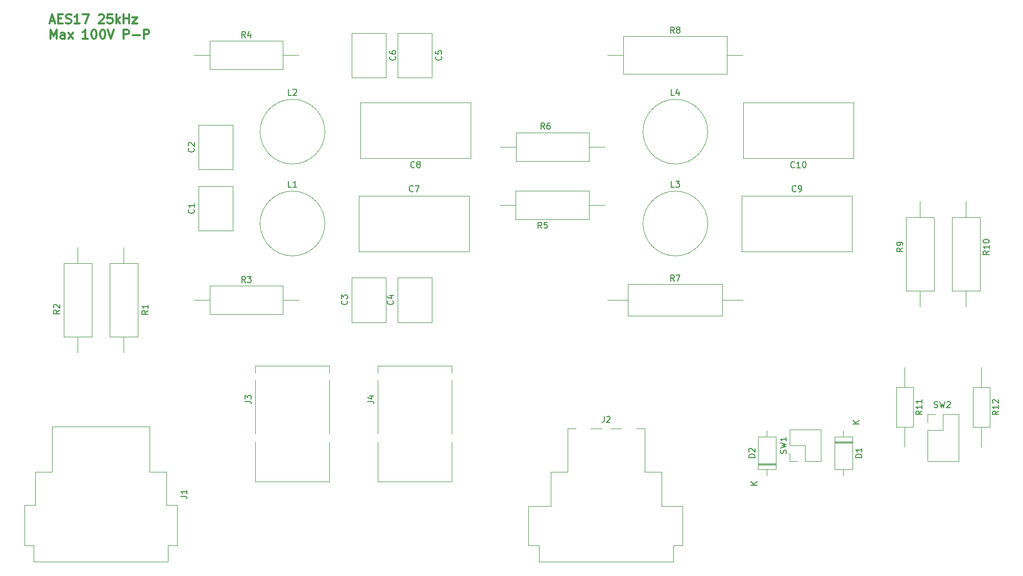
<source format=gto>
G04 #@! TF.GenerationSoftware,KiCad,Pcbnew,7.0.6-0*
G04 #@! TF.CreationDate,2023-08-07T07:56:58+08:00*
G04 #@! TF.ProjectId,aes17_filter_25,61657331-375f-4666-996c-7465725f3235,rev?*
G04 #@! TF.SameCoordinates,Original*
G04 #@! TF.FileFunction,Legend,Top*
G04 #@! TF.FilePolarity,Positive*
%FSLAX46Y46*%
G04 Gerber Fmt 4.6, Leading zero omitted, Abs format (unit mm)*
G04 Created by KiCad (PCBNEW 7.0.6-0) date 2023-08-07 07:56:58*
%MOMM*%
%LPD*%
G01*
G04 APERTURE LIST*
%ADD10C,0.300000*%
%ADD11C,0.150000*%
%ADD12C,0.120000*%
%ADD13C,1.700000*%
%ADD14C,3.500000*%
%ADD15C,2.400000*%
%ADD16O,2.400000X2.400000*%
%ADD17C,1.600000*%
%ADD18C,3.400000*%
%ADD19C,2.900000*%
%ADD20C,3.200000*%
%ADD21C,2.600000*%
%ADD22R,2.200000X2.200000*%
%ADD23O,2.200000X2.200000*%
%ADD24O,1.600000X1.600000*%
%ADD25R,1.700000X1.700000*%
%ADD26O,1.700000X1.700000*%
G04 APERTURE END LIST*
D10*
X69134510Y-55680828D02*
X69134510Y-54180828D01*
X69134510Y-54180828D02*
X69634510Y-55252257D01*
X69634510Y-55252257D02*
X70134510Y-54180828D01*
X70134510Y-54180828D02*
X70134510Y-55680828D01*
X71491654Y-55680828D02*
X71491654Y-54895114D01*
X71491654Y-54895114D02*
X71420225Y-54752257D01*
X71420225Y-54752257D02*
X71277368Y-54680828D01*
X71277368Y-54680828D02*
X70991654Y-54680828D01*
X70991654Y-54680828D02*
X70848796Y-54752257D01*
X71491654Y-55609400D02*
X71348796Y-55680828D01*
X71348796Y-55680828D02*
X70991654Y-55680828D01*
X70991654Y-55680828D02*
X70848796Y-55609400D01*
X70848796Y-55609400D02*
X70777368Y-55466542D01*
X70777368Y-55466542D02*
X70777368Y-55323685D01*
X70777368Y-55323685D02*
X70848796Y-55180828D01*
X70848796Y-55180828D02*
X70991654Y-55109400D01*
X70991654Y-55109400D02*
X71348796Y-55109400D01*
X71348796Y-55109400D02*
X71491654Y-55037971D01*
X72063082Y-55680828D02*
X72848797Y-54680828D01*
X72063082Y-54680828D02*
X72848797Y-55680828D01*
X75348797Y-55680828D02*
X74491654Y-55680828D01*
X74920225Y-55680828D02*
X74920225Y-54180828D01*
X74920225Y-54180828D02*
X74777368Y-54395114D01*
X74777368Y-54395114D02*
X74634511Y-54537971D01*
X74634511Y-54537971D02*
X74491654Y-54609400D01*
X76277368Y-54180828D02*
X76420225Y-54180828D01*
X76420225Y-54180828D02*
X76563082Y-54252257D01*
X76563082Y-54252257D02*
X76634511Y-54323685D01*
X76634511Y-54323685D02*
X76705939Y-54466542D01*
X76705939Y-54466542D02*
X76777368Y-54752257D01*
X76777368Y-54752257D02*
X76777368Y-55109400D01*
X76777368Y-55109400D02*
X76705939Y-55395114D01*
X76705939Y-55395114D02*
X76634511Y-55537971D01*
X76634511Y-55537971D02*
X76563082Y-55609400D01*
X76563082Y-55609400D02*
X76420225Y-55680828D01*
X76420225Y-55680828D02*
X76277368Y-55680828D01*
X76277368Y-55680828D02*
X76134511Y-55609400D01*
X76134511Y-55609400D02*
X76063082Y-55537971D01*
X76063082Y-55537971D02*
X75991653Y-55395114D01*
X75991653Y-55395114D02*
X75920225Y-55109400D01*
X75920225Y-55109400D02*
X75920225Y-54752257D01*
X75920225Y-54752257D02*
X75991653Y-54466542D01*
X75991653Y-54466542D02*
X76063082Y-54323685D01*
X76063082Y-54323685D02*
X76134511Y-54252257D01*
X76134511Y-54252257D02*
X76277368Y-54180828D01*
X77705939Y-54180828D02*
X77848796Y-54180828D01*
X77848796Y-54180828D02*
X77991653Y-54252257D01*
X77991653Y-54252257D02*
X78063082Y-54323685D01*
X78063082Y-54323685D02*
X78134510Y-54466542D01*
X78134510Y-54466542D02*
X78205939Y-54752257D01*
X78205939Y-54752257D02*
X78205939Y-55109400D01*
X78205939Y-55109400D02*
X78134510Y-55395114D01*
X78134510Y-55395114D02*
X78063082Y-55537971D01*
X78063082Y-55537971D02*
X77991653Y-55609400D01*
X77991653Y-55609400D02*
X77848796Y-55680828D01*
X77848796Y-55680828D02*
X77705939Y-55680828D01*
X77705939Y-55680828D02*
X77563082Y-55609400D01*
X77563082Y-55609400D02*
X77491653Y-55537971D01*
X77491653Y-55537971D02*
X77420224Y-55395114D01*
X77420224Y-55395114D02*
X77348796Y-55109400D01*
X77348796Y-55109400D02*
X77348796Y-54752257D01*
X77348796Y-54752257D02*
X77420224Y-54466542D01*
X77420224Y-54466542D02*
X77491653Y-54323685D01*
X77491653Y-54323685D02*
X77563082Y-54252257D01*
X77563082Y-54252257D02*
X77705939Y-54180828D01*
X78634510Y-54180828D02*
X79134510Y-55680828D01*
X79134510Y-55680828D02*
X79634510Y-54180828D01*
X81277366Y-55680828D02*
X81277366Y-54180828D01*
X81277366Y-54180828D02*
X81848795Y-54180828D01*
X81848795Y-54180828D02*
X81991652Y-54252257D01*
X81991652Y-54252257D02*
X82063081Y-54323685D01*
X82063081Y-54323685D02*
X82134509Y-54466542D01*
X82134509Y-54466542D02*
X82134509Y-54680828D01*
X82134509Y-54680828D02*
X82063081Y-54823685D01*
X82063081Y-54823685D02*
X81991652Y-54895114D01*
X81991652Y-54895114D02*
X81848795Y-54966542D01*
X81848795Y-54966542D02*
X81277366Y-54966542D01*
X82777366Y-55109400D02*
X83920224Y-55109400D01*
X84634509Y-55680828D02*
X84634509Y-54180828D01*
X84634509Y-54180828D02*
X85205938Y-54180828D01*
X85205938Y-54180828D02*
X85348795Y-54252257D01*
X85348795Y-54252257D02*
X85420224Y-54323685D01*
X85420224Y-54323685D02*
X85491652Y-54466542D01*
X85491652Y-54466542D02*
X85491652Y-54680828D01*
X85491652Y-54680828D02*
X85420224Y-54823685D01*
X85420224Y-54823685D02*
X85348795Y-54895114D01*
X85348795Y-54895114D02*
X85205938Y-54966542D01*
X85205938Y-54966542D02*
X84634509Y-54966542D01*
X69063082Y-52712257D02*
X69777368Y-52712257D01*
X68920225Y-53140828D02*
X69420225Y-51640828D01*
X69420225Y-51640828D02*
X69920225Y-53140828D01*
X70420224Y-52355114D02*
X70920224Y-52355114D01*
X71134510Y-53140828D02*
X70420224Y-53140828D01*
X70420224Y-53140828D02*
X70420224Y-51640828D01*
X70420224Y-51640828D02*
X71134510Y-51640828D01*
X71705939Y-53069400D02*
X71920225Y-53140828D01*
X71920225Y-53140828D02*
X72277367Y-53140828D01*
X72277367Y-53140828D02*
X72420225Y-53069400D01*
X72420225Y-53069400D02*
X72491653Y-52997971D01*
X72491653Y-52997971D02*
X72563082Y-52855114D01*
X72563082Y-52855114D02*
X72563082Y-52712257D01*
X72563082Y-52712257D02*
X72491653Y-52569400D01*
X72491653Y-52569400D02*
X72420225Y-52497971D01*
X72420225Y-52497971D02*
X72277367Y-52426542D01*
X72277367Y-52426542D02*
X71991653Y-52355114D01*
X71991653Y-52355114D02*
X71848796Y-52283685D01*
X71848796Y-52283685D02*
X71777367Y-52212257D01*
X71777367Y-52212257D02*
X71705939Y-52069400D01*
X71705939Y-52069400D02*
X71705939Y-51926542D01*
X71705939Y-51926542D02*
X71777367Y-51783685D01*
X71777367Y-51783685D02*
X71848796Y-51712257D01*
X71848796Y-51712257D02*
X71991653Y-51640828D01*
X71991653Y-51640828D02*
X72348796Y-51640828D01*
X72348796Y-51640828D02*
X72563082Y-51712257D01*
X73991653Y-53140828D02*
X73134510Y-53140828D01*
X73563081Y-53140828D02*
X73563081Y-51640828D01*
X73563081Y-51640828D02*
X73420224Y-51855114D01*
X73420224Y-51855114D02*
X73277367Y-51997971D01*
X73277367Y-51997971D02*
X73134510Y-52069400D01*
X74491652Y-51640828D02*
X75491652Y-51640828D01*
X75491652Y-51640828D02*
X74848795Y-53140828D01*
X77134509Y-51783685D02*
X77205937Y-51712257D01*
X77205937Y-51712257D02*
X77348795Y-51640828D01*
X77348795Y-51640828D02*
X77705937Y-51640828D01*
X77705937Y-51640828D02*
X77848795Y-51712257D01*
X77848795Y-51712257D02*
X77920223Y-51783685D01*
X77920223Y-51783685D02*
X77991652Y-51926542D01*
X77991652Y-51926542D02*
X77991652Y-52069400D01*
X77991652Y-52069400D02*
X77920223Y-52283685D01*
X77920223Y-52283685D02*
X77063080Y-53140828D01*
X77063080Y-53140828D02*
X77991652Y-53140828D01*
X79348794Y-51640828D02*
X78634508Y-51640828D01*
X78634508Y-51640828D02*
X78563080Y-52355114D01*
X78563080Y-52355114D02*
X78634508Y-52283685D01*
X78634508Y-52283685D02*
X78777366Y-52212257D01*
X78777366Y-52212257D02*
X79134508Y-52212257D01*
X79134508Y-52212257D02*
X79277366Y-52283685D01*
X79277366Y-52283685D02*
X79348794Y-52355114D01*
X79348794Y-52355114D02*
X79420223Y-52497971D01*
X79420223Y-52497971D02*
X79420223Y-52855114D01*
X79420223Y-52855114D02*
X79348794Y-52997971D01*
X79348794Y-52997971D02*
X79277366Y-53069400D01*
X79277366Y-53069400D02*
X79134508Y-53140828D01*
X79134508Y-53140828D02*
X78777366Y-53140828D01*
X78777366Y-53140828D02*
X78634508Y-53069400D01*
X78634508Y-53069400D02*
X78563080Y-52997971D01*
X80063079Y-53140828D02*
X80063079Y-51640828D01*
X80205937Y-52569400D02*
X80634508Y-53140828D01*
X80634508Y-52140828D02*
X80063079Y-52712257D01*
X81277365Y-53140828D02*
X81277365Y-51640828D01*
X81277365Y-52355114D02*
X82134508Y-52355114D01*
X82134508Y-53140828D02*
X82134508Y-51640828D01*
X82705937Y-52140828D02*
X83491652Y-52140828D01*
X83491652Y-52140828D02*
X82705937Y-53140828D01*
X82705937Y-53140828D02*
X83491652Y-53140828D01*
D11*
X121744819Y-115893333D02*
X122459104Y-115893333D01*
X122459104Y-115893333D02*
X122601961Y-115940952D01*
X122601961Y-115940952D02*
X122697200Y-116036190D01*
X122697200Y-116036190D02*
X122744819Y-116179047D01*
X122744819Y-116179047D02*
X122744819Y-116274285D01*
X122078152Y-114988571D02*
X122744819Y-114988571D01*
X121697200Y-115226666D02*
X122411485Y-115464761D01*
X122411485Y-115464761D02*
X122411485Y-114845714D01*
X192517142Y-76989580D02*
X192469523Y-77037200D01*
X192469523Y-77037200D02*
X192326666Y-77084819D01*
X192326666Y-77084819D02*
X192231428Y-77084819D01*
X192231428Y-77084819D02*
X192088571Y-77037200D01*
X192088571Y-77037200D02*
X191993333Y-76941961D01*
X191993333Y-76941961D02*
X191945714Y-76846723D01*
X191945714Y-76846723D02*
X191898095Y-76656247D01*
X191898095Y-76656247D02*
X191898095Y-76513390D01*
X191898095Y-76513390D02*
X191945714Y-76322914D01*
X191945714Y-76322914D02*
X191993333Y-76227676D01*
X191993333Y-76227676D02*
X192088571Y-76132438D01*
X192088571Y-76132438D02*
X192231428Y-76084819D01*
X192231428Y-76084819D02*
X192326666Y-76084819D01*
X192326666Y-76084819D02*
X192469523Y-76132438D01*
X192469523Y-76132438D02*
X192517142Y-76180057D01*
X193469523Y-77084819D02*
X192898095Y-77084819D01*
X193183809Y-77084819D02*
X193183809Y-76084819D01*
X193183809Y-76084819D02*
X193088571Y-76227676D01*
X193088571Y-76227676D02*
X192993333Y-76322914D01*
X192993333Y-76322914D02*
X192898095Y-76370533D01*
X194088571Y-76084819D02*
X194183809Y-76084819D01*
X194183809Y-76084819D02*
X194279047Y-76132438D01*
X194279047Y-76132438D02*
X194326666Y-76180057D01*
X194326666Y-76180057D02*
X194374285Y-76275295D01*
X194374285Y-76275295D02*
X194421904Y-76465771D01*
X194421904Y-76465771D02*
X194421904Y-76703866D01*
X194421904Y-76703866D02*
X194374285Y-76894342D01*
X194374285Y-76894342D02*
X194326666Y-76989580D01*
X194326666Y-76989580D02*
X194279047Y-77037200D01*
X194279047Y-77037200D02*
X194183809Y-77084819D01*
X194183809Y-77084819D02*
X194088571Y-77084819D01*
X194088571Y-77084819D02*
X193993333Y-77037200D01*
X193993333Y-77037200D02*
X193945714Y-76989580D01*
X193945714Y-76989580D02*
X193898095Y-76894342D01*
X193898095Y-76894342D02*
X193850476Y-76703866D01*
X193850476Y-76703866D02*
X193850476Y-76465771D01*
X193850476Y-76465771D02*
X193898095Y-76275295D01*
X193898095Y-76275295D02*
X193945714Y-76180057D01*
X193945714Y-76180057D02*
X193993333Y-76132438D01*
X193993333Y-76132438D02*
X194088571Y-76084819D01*
X70617354Y-100726461D02*
X70141163Y-101059794D01*
X70617354Y-101297889D02*
X69617354Y-101297889D01*
X69617354Y-101297889D02*
X69617354Y-100916937D01*
X69617354Y-100916937D02*
X69664973Y-100821699D01*
X69664973Y-100821699D02*
X69712592Y-100774080D01*
X69712592Y-100774080D02*
X69807830Y-100726461D01*
X69807830Y-100726461D02*
X69950687Y-100726461D01*
X69950687Y-100726461D02*
X70045925Y-100774080D01*
X70045925Y-100774080D02*
X70093544Y-100821699D01*
X70093544Y-100821699D02*
X70141163Y-100916937D01*
X70141163Y-100916937D02*
X70141163Y-101297889D01*
X69712592Y-100345508D02*
X69664973Y-100297889D01*
X69664973Y-100297889D02*
X69617354Y-100202651D01*
X69617354Y-100202651D02*
X69617354Y-99964556D01*
X69617354Y-99964556D02*
X69664973Y-99869318D01*
X69664973Y-99869318D02*
X69712592Y-99821699D01*
X69712592Y-99821699D02*
X69807830Y-99774080D01*
X69807830Y-99774080D02*
X69903068Y-99774080D01*
X69903068Y-99774080D02*
X70045925Y-99821699D01*
X70045925Y-99821699D02*
X70617354Y-100393127D01*
X70617354Y-100393127D02*
X70617354Y-99774080D01*
X160956666Y-118374819D02*
X160956666Y-119089104D01*
X160956666Y-119089104D02*
X160909047Y-119231961D01*
X160909047Y-119231961D02*
X160813809Y-119327200D01*
X160813809Y-119327200D02*
X160670952Y-119374819D01*
X160670952Y-119374819D02*
X160575714Y-119374819D01*
X161385238Y-118470057D02*
X161432857Y-118422438D01*
X161432857Y-118422438D02*
X161528095Y-118374819D01*
X161528095Y-118374819D02*
X161766190Y-118374819D01*
X161766190Y-118374819D02*
X161861428Y-118422438D01*
X161861428Y-118422438D02*
X161909047Y-118470057D01*
X161909047Y-118470057D02*
X161956666Y-118565295D01*
X161956666Y-118565295D02*
X161956666Y-118660533D01*
X161956666Y-118660533D02*
X161909047Y-118803390D01*
X161909047Y-118803390D02*
X161337619Y-119374819D01*
X161337619Y-119374819D02*
X161956666Y-119374819D01*
X92879580Y-73866666D02*
X92927200Y-73914285D01*
X92927200Y-73914285D02*
X92974819Y-74057142D01*
X92974819Y-74057142D02*
X92974819Y-74152380D01*
X92974819Y-74152380D02*
X92927200Y-74295237D01*
X92927200Y-74295237D02*
X92831961Y-74390475D01*
X92831961Y-74390475D02*
X92736723Y-74438094D01*
X92736723Y-74438094D02*
X92546247Y-74485713D01*
X92546247Y-74485713D02*
X92403390Y-74485713D01*
X92403390Y-74485713D02*
X92212914Y-74438094D01*
X92212914Y-74438094D02*
X92117676Y-74390475D01*
X92117676Y-74390475D02*
X92022438Y-74295237D01*
X92022438Y-74295237D02*
X91974819Y-74152380D01*
X91974819Y-74152380D02*
X91974819Y-74057142D01*
X91974819Y-74057142D02*
X92022438Y-73914285D01*
X92022438Y-73914285D02*
X92070057Y-73866666D01*
X92070057Y-73485713D02*
X92022438Y-73438094D01*
X92022438Y-73438094D02*
X91974819Y-73342856D01*
X91974819Y-73342856D02*
X91974819Y-73104761D01*
X91974819Y-73104761D02*
X92022438Y-73009523D01*
X92022438Y-73009523D02*
X92070057Y-72961904D01*
X92070057Y-72961904D02*
X92165295Y-72914285D01*
X92165295Y-72914285D02*
X92260533Y-72914285D01*
X92260533Y-72914285D02*
X92403390Y-72961904D01*
X92403390Y-72961904D02*
X92974819Y-73533332D01*
X92974819Y-73533332D02*
X92974819Y-72914285D01*
X224804819Y-90911377D02*
X224328628Y-91244710D01*
X224804819Y-91482805D02*
X223804819Y-91482805D01*
X223804819Y-91482805D02*
X223804819Y-91101853D01*
X223804819Y-91101853D02*
X223852438Y-91006615D01*
X223852438Y-91006615D02*
X223900057Y-90958996D01*
X223900057Y-90958996D02*
X223995295Y-90911377D01*
X223995295Y-90911377D02*
X224138152Y-90911377D01*
X224138152Y-90911377D02*
X224233390Y-90958996D01*
X224233390Y-90958996D02*
X224281009Y-91006615D01*
X224281009Y-91006615D02*
X224328628Y-91101853D01*
X224328628Y-91101853D02*
X224328628Y-91482805D01*
X224804819Y-89958996D02*
X224804819Y-90530424D01*
X224804819Y-90244710D02*
X223804819Y-90244710D01*
X223804819Y-90244710D02*
X223947676Y-90339948D01*
X223947676Y-90339948D02*
X224042914Y-90435186D01*
X224042914Y-90435186D02*
X224090533Y-90530424D01*
X223804819Y-89339948D02*
X223804819Y-89244710D01*
X223804819Y-89244710D02*
X223852438Y-89149472D01*
X223852438Y-89149472D02*
X223900057Y-89101853D01*
X223900057Y-89101853D02*
X223995295Y-89054234D01*
X223995295Y-89054234D02*
X224185771Y-89006615D01*
X224185771Y-89006615D02*
X224423866Y-89006615D01*
X224423866Y-89006615D02*
X224614342Y-89054234D01*
X224614342Y-89054234D02*
X224709580Y-89101853D01*
X224709580Y-89101853D02*
X224757200Y-89149472D01*
X224757200Y-89149472D02*
X224804819Y-89244710D01*
X224804819Y-89244710D02*
X224804819Y-89339948D01*
X224804819Y-89339948D02*
X224757200Y-89435186D01*
X224757200Y-89435186D02*
X224709580Y-89482805D01*
X224709580Y-89482805D02*
X224614342Y-89530424D01*
X224614342Y-89530424D02*
X224423866Y-89578043D01*
X224423866Y-89578043D02*
X224185771Y-89578043D01*
X224185771Y-89578043D02*
X223995295Y-89530424D01*
X223995295Y-89530424D02*
X223900057Y-89482805D01*
X223900057Y-89482805D02*
X223852438Y-89435186D01*
X223852438Y-89435186D02*
X223804819Y-89339948D01*
X172553333Y-54754819D02*
X172220000Y-54278628D01*
X171981905Y-54754819D02*
X171981905Y-53754819D01*
X171981905Y-53754819D02*
X172362857Y-53754819D01*
X172362857Y-53754819D02*
X172458095Y-53802438D01*
X172458095Y-53802438D02*
X172505714Y-53850057D01*
X172505714Y-53850057D02*
X172553333Y-53945295D01*
X172553333Y-53945295D02*
X172553333Y-54088152D01*
X172553333Y-54088152D02*
X172505714Y-54183390D01*
X172505714Y-54183390D02*
X172458095Y-54231009D01*
X172458095Y-54231009D02*
X172362857Y-54278628D01*
X172362857Y-54278628D02*
X171981905Y-54278628D01*
X173124762Y-54183390D02*
X173029524Y-54135771D01*
X173029524Y-54135771D02*
X172981905Y-54088152D01*
X172981905Y-54088152D02*
X172934286Y-53992914D01*
X172934286Y-53992914D02*
X172934286Y-53945295D01*
X172934286Y-53945295D02*
X172981905Y-53850057D01*
X172981905Y-53850057D02*
X173029524Y-53802438D01*
X173029524Y-53802438D02*
X173124762Y-53754819D01*
X173124762Y-53754819D02*
X173315238Y-53754819D01*
X173315238Y-53754819D02*
X173410476Y-53802438D01*
X173410476Y-53802438D02*
X173458095Y-53850057D01*
X173458095Y-53850057D02*
X173505714Y-53945295D01*
X173505714Y-53945295D02*
X173505714Y-53992914D01*
X173505714Y-53992914D02*
X173458095Y-54088152D01*
X173458095Y-54088152D02*
X173410476Y-54135771D01*
X173410476Y-54135771D02*
X173315238Y-54183390D01*
X173315238Y-54183390D02*
X173124762Y-54183390D01*
X173124762Y-54183390D02*
X173029524Y-54231009D01*
X173029524Y-54231009D02*
X172981905Y-54278628D01*
X172981905Y-54278628D02*
X172934286Y-54373866D01*
X172934286Y-54373866D02*
X172934286Y-54564342D01*
X172934286Y-54564342D02*
X172981905Y-54659580D01*
X172981905Y-54659580D02*
X173029524Y-54707200D01*
X173029524Y-54707200D02*
X173124762Y-54754819D01*
X173124762Y-54754819D02*
X173315238Y-54754819D01*
X173315238Y-54754819D02*
X173410476Y-54707200D01*
X173410476Y-54707200D02*
X173458095Y-54659580D01*
X173458095Y-54659580D02*
X173505714Y-54564342D01*
X173505714Y-54564342D02*
X173505714Y-54373866D01*
X173505714Y-54373866D02*
X173458095Y-54278628D01*
X173458095Y-54278628D02*
X173410476Y-54231009D01*
X173410476Y-54231009D02*
X173315238Y-54183390D01*
X90734819Y-131633333D02*
X91449104Y-131633333D01*
X91449104Y-131633333D02*
X91591961Y-131680952D01*
X91591961Y-131680952D02*
X91687200Y-131776190D01*
X91687200Y-131776190D02*
X91734819Y-131919047D01*
X91734819Y-131919047D02*
X91734819Y-132014285D01*
X91734819Y-130633333D02*
X91734819Y-131204761D01*
X91734819Y-130919047D02*
X90734819Y-130919047D01*
X90734819Y-130919047D02*
X90877676Y-131014285D01*
X90877676Y-131014285D02*
X90972914Y-131109523D01*
X90972914Y-131109523D02*
X91020533Y-131204761D01*
X109093333Y-65074819D02*
X108617143Y-65074819D01*
X108617143Y-65074819D02*
X108617143Y-64074819D01*
X109379048Y-64170057D02*
X109426667Y-64122438D01*
X109426667Y-64122438D02*
X109521905Y-64074819D01*
X109521905Y-64074819D02*
X109760000Y-64074819D01*
X109760000Y-64074819D02*
X109855238Y-64122438D01*
X109855238Y-64122438D02*
X109902857Y-64170057D01*
X109902857Y-64170057D02*
X109950476Y-64265295D01*
X109950476Y-64265295D02*
X109950476Y-64360533D01*
X109950476Y-64360533D02*
X109902857Y-64503390D01*
X109902857Y-64503390D02*
X109331429Y-65074819D01*
X109331429Y-65074819D02*
X109950476Y-65074819D01*
X126279580Y-58626666D02*
X126327200Y-58674285D01*
X126327200Y-58674285D02*
X126374819Y-58817142D01*
X126374819Y-58817142D02*
X126374819Y-58912380D01*
X126374819Y-58912380D02*
X126327200Y-59055237D01*
X126327200Y-59055237D02*
X126231961Y-59150475D01*
X126231961Y-59150475D02*
X126136723Y-59198094D01*
X126136723Y-59198094D02*
X125946247Y-59245713D01*
X125946247Y-59245713D02*
X125803390Y-59245713D01*
X125803390Y-59245713D02*
X125612914Y-59198094D01*
X125612914Y-59198094D02*
X125517676Y-59150475D01*
X125517676Y-59150475D02*
X125422438Y-59055237D01*
X125422438Y-59055237D02*
X125374819Y-58912380D01*
X125374819Y-58912380D02*
X125374819Y-58817142D01*
X125374819Y-58817142D02*
X125422438Y-58674285D01*
X125422438Y-58674285D02*
X125470057Y-58626666D01*
X125374819Y-57769523D02*
X125374819Y-57959999D01*
X125374819Y-57959999D02*
X125422438Y-58055237D01*
X125422438Y-58055237D02*
X125470057Y-58102856D01*
X125470057Y-58102856D02*
X125612914Y-58198094D01*
X125612914Y-58198094D02*
X125803390Y-58245713D01*
X125803390Y-58245713D02*
X126184342Y-58245713D01*
X126184342Y-58245713D02*
X126279580Y-58198094D01*
X126279580Y-58198094D02*
X126327200Y-58150475D01*
X126327200Y-58150475D02*
X126374819Y-58055237D01*
X126374819Y-58055237D02*
X126374819Y-57864761D01*
X126374819Y-57864761D02*
X126327200Y-57769523D01*
X126327200Y-57769523D02*
X126279580Y-57721904D01*
X126279580Y-57721904D02*
X126184342Y-57674285D01*
X126184342Y-57674285D02*
X125946247Y-57674285D01*
X125946247Y-57674285D02*
X125851009Y-57721904D01*
X125851009Y-57721904D02*
X125803390Y-57769523D01*
X125803390Y-57769523D02*
X125755771Y-57864761D01*
X125755771Y-57864761D02*
X125755771Y-58055237D01*
X125755771Y-58055237D02*
X125803390Y-58150475D01*
X125803390Y-58150475D02*
X125851009Y-58198094D01*
X125851009Y-58198094D02*
X125946247Y-58245713D01*
X172553333Y-95894819D02*
X172220000Y-95418628D01*
X171981905Y-95894819D02*
X171981905Y-94894819D01*
X171981905Y-94894819D02*
X172362857Y-94894819D01*
X172362857Y-94894819D02*
X172458095Y-94942438D01*
X172458095Y-94942438D02*
X172505714Y-94990057D01*
X172505714Y-94990057D02*
X172553333Y-95085295D01*
X172553333Y-95085295D02*
X172553333Y-95228152D01*
X172553333Y-95228152D02*
X172505714Y-95323390D01*
X172505714Y-95323390D02*
X172458095Y-95371009D01*
X172458095Y-95371009D02*
X172362857Y-95418628D01*
X172362857Y-95418628D02*
X171981905Y-95418628D01*
X172886667Y-94894819D02*
X173553333Y-94894819D01*
X173553333Y-94894819D02*
X173124762Y-95894819D01*
X109093333Y-80314819D02*
X108617143Y-80314819D01*
X108617143Y-80314819D02*
X108617143Y-79314819D01*
X109950476Y-80314819D02*
X109379048Y-80314819D01*
X109664762Y-80314819D02*
X109664762Y-79314819D01*
X109664762Y-79314819D02*
X109569524Y-79457676D01*
X109569524Y-79457676D02*
X109474286Y-79552914D01*
X109474286Y-79552914D02*
X109379048Y-79600533D01*
X185944819Y-125198094D02*
X184944819Y-125198094D01*
X184944819Y-125198094D02*
X184944819Y-124959999D01*
X184944819Y-124959999D02*
X184992438Y-124817142D01*
X184992438Y-124817142D02*
X185087676Y-124721904D01*
X185087676Y-124721904D02*
X185182914Y-124674285D01*
X185182914Y-124674285D02*
X185373390Y-124626666D01*
X185373390Y-124626666D02*
X185516247Y-124626666D01*
X185516247Y-124626666D02*
X185706723Y-124674285D01*
X185706723Y-124674285D02*
X185801961Y-124721904D01*
X185801961Y-124721904D02*
X185897200Y-124817142D01*
X185897200Y-124817142D02*
X185944819Y-124959999D01*
X185944819Y-124959999D02*
X185944819Y-125198094D01*
X185040057Y-124245713D02*
X184992438Y-124198094D01*
X184992438Y-124198094D02*
X184944819Y-124102856D01*
X184944819Y-124102856D02*
X184944819Y-123864761D01*
X184944819Y-123864761D02*
X184992438Y-123769523D01*
X184992438Y-123769523D02*
X185040057Y-123721904D01*
X185040057Y-123721904D02*
X185135295Y-123674285D01*
X185135295Y-123674285D02*
X185230533Y-123674285D01*
X185230533Y-123674285D02*
X185373390Y-123721904D01*
X185373390Y-123721904D02*
X185944819Y-124293332D01*
X185944819Y-124293332D02*
X185944819Y-123674285D01*
X186314819Y-129801904D02*
X185314819Y-129801904D01*
X186314819Y-129230476D02*
X185743390Y-129659047D01*
X185314819Y-129230476D02*
X185886247Y-129801904D01*
X129253333Y-80969580D02*
X129205714Y-81017200D01*
X129205714Y-81017200D02*
X129062857Y-81064819D01*
X129062857Y-81064819D02*
X128967619Y-81064819D01*
X128967619Y-81064819D02*
X128824762Y-81017200D01*
X128824762Y-81017200D02*
X128729524Y-80921961D01*
X128729524Y-80921961D02*
X128681905Y-80826723D01*
X128681905Y-80826723D02*
X128634286Y-80636247D01*
X128634286Y-80636247D02*
X128634286Y-80493390D01*
X128634286Y-80493390D02*
X128681905Y-80302914D01*
X128681905Y-80302914D02*
X128729524Y-80207676D01*
X128729524Y-80207676D02*
X128824762Y-80112438D01*
X128824762Y-80112438D02*
X128967619Y-80064819D01*
X128967619Y-80064819D02*
X129062857Y-80064819D01*
X129062857Y-80064819D02*
X129205714Y-80112438D01*
X129205714Y-80112438D02*
X129253333Y-80160057D01*
X129586667Y-80064819D02*
X130253333Y-80064819D01*
X130253333Y-80064819D02*
X129824762Y-81064819D01*
X125899580Y-99186666D02*
X125947200Y-99234285D01*
X125947200Y-99234285D02*
X125994819Y-99377142D01*
X125994819Y-99377142D02*
X125994819Y-99472380D01*
X125994819Y-99472380D02*
X125947200Y-99615237D01*
X125947200Y-99615237D02*
X125851961Y-99710475D01*
X125851961Y-99710475D02*
X125756723Y-99758094D01*
X125756723Y-99758094D02*
X125566247Y-99805713D01*
X125566247Y-99805713D02*
X125423390Y-99805713D01*
X125423390Y-99805713D02*
X125232914Y-99758094D01*
X125232914Y-99758094D02*
X125137676Y-99710475D01*
X125137676Y-99710475D02*
X125042438Y-99615237D01*
X125042438Y-99615237D02*
X124994819Y-99472380D01*
X124994819Y-99472380D02*
X124994819Y-99377142D01*
X124994819Y-99377142D02*
X125042438Y-99234285D01*
X125042438Y-99234285D02*
X125090057Y-99186666D01*
X125328152Y-98329523D02*
X125994819Y-98329523D01*
X124947200Y-98567618D02*
X125661485Y-98805713D01*
X125661485Y-98805713D02*
X125661485Y-98186666D01*
X210470720Y-90413438D02*
X209994529Y-90746771D01*
X210470720Y-90984866D02*
X209470720Y-90984866D01*
X209470720Y-90984866D02*
X209470720Y-90603914D01*
X209470720Y-90603914D02*
X209518339Y-90508676D01*
X209518339Y-90508676D02*
X209565958Y-90461057D01*
X209565958Y-90461057D02*
X209661196Y-90413438D01*
X209661196Y-90413438D02*
X209804053Y-90413438D01*
X209804053Y-90413438D02*
X209899291Y-90461057D01*
X209899291Y-90461057D02*
X209946910Y-90508676D01*
X209946910Y-90508676D02*
X209994529Y-90603914D01*
X209994529Y-90603914D02*
X209994529Y-90984866D01*
X210470720Y-89937247D02*
X210470720Y-89746771D01*
X210470720Y-89746771D02*
X210423101Y-89651533D01*
X210423101Y-89651533D02*
X210375481Y-89603914D01*
X210375481Y-89603914D02*
X210232624Y-89508676D01*
X210232624Y-89508676D02*
X210042148Y-89461057D01*
X210042148Y-89461057D02*
X209661196Y-89461057D01*
X209661196Y-89461057D02*
X209565958Y-89508676D01*
X209565958Y-89508676D02*
X209518339Y-89556295D01*
X209518339Y-89556295D02*
X209470720Y-89651533D01*
X209470720Y-89651533D02*
X209470720Y-89842009D01*
X209470720Y-89842009D02*
X209518339Y-89937247D01*
X209518339Y-89937247D02*
X209565958Y-89984866D01*
X209565958Y-89984866D02*
X209661196Y-90032485D01*
X209661196Y-90032485D02*
X209899291Y-90032485D01*
X209899291Y-90032485D02*
X209994529Y-89984866D01*
X209994529Y-89984866D02*
X210042148Y-89937247D01*
X210042148Y-89937247D02*
X210089767Y-89842009D01*
X210089767Y-89842009D02*
X210089767Y-89651533D01*
X210089767Y-89651533D02*
X210042148Y-89556295D01*
X210042148Y-89556295D02*
X209994529Y-89508676D01*
X209994529Y-89508676D02*
X209899291Y-89461057D01*
X150587099Y-87145753D02*
X150253766Y-86669562D01*
X150015671Y-87145753D02*
X150015671Y-86145753D01*
X150015671Y-86145753D02*
X150396623Y-86145753D01*
X150396623Y-86145753D02*
X150491861Y-86193372D01*
X150491861Y-86193372D02*
X150539480Y-86240991D01*
X150539480Y-86240991D02*
X150587099Y-86336229D01*
X150587099Y-86336229D02*
X150587099Y-86479086D01*
X150587099Y-86479086D02*
X150539480Y-86574324D01*
X150539480Y-86574324D02*
X150491861Y-86621943D01*
X150491861Y-86621943D02*
X150396623Y-86669562D01*
X150396623Y-86669562D02*
X150015671Y-86669562D01*
X151491861Y-86145753D02*
X151015671Y-86145753D01*
X151015671Y-86145753D02*
X150968052Y-86621943D01*
X150968052Y-86621943D02*
X151015671Y-86574324D01*
X151015671Y-86574324D02*
X151110909Y-86526705D01*
X151110909Y-86526705D02*
X151349004Y-86526705D01*
X151349004Y-86526705D02*
X151444242Y-86574324D01*
X151444242Y-86574324D02*
X151491861Y-86621943D01*
X151491861Y-86621943D02*
X151539480Y-86717181D01*
X151539480Y-86717181D02*
X151539480Y-86955276D01*
X151539480Y-86955276D02*
X151491861Y-87050514D01*
X151491861Y-87050514D02*
X151444242Y-87098134D01*
X151444242Y-87098134D02*
X151349004Y-87145753D01*
X151349004Y-87145753D02*
X151110909Y-87145753D01*
X151110909Y-87145753D02*
X151015671Y-87098134D01*
X151015671Y-87098134D02*
X150968052Y-87050514D01*
X192753333Y-80969580D02*
X192705714Y-81017200D01*
X192705714Y-81017200D02*
X192562857Y-81064819D01*
X192562857Y-81064819D02*
X192467619Y-81064819D01*
X192467619Y-81064819D02*
X192324762Y-81017200D01*
X192324762Y-81017200D02*
X192229524Y-80921961D01*
X192229524Y-80921961D02*
X192181905Y-80826723D01*
X192181905Y-80826723D02*
X192134286Y-80636247D01*
X192134286Y-80636247D02*
X192134286Y-80493390D01*
X192134286Y-80493390D02*
X192181905Y-80302914D01*
X192181905Y-80302914D02*
X192229524Y-80207676D01*
X192229524Y-80207676D02*
X192324762Y-80112438D01*
X192324762Y-80112438D02*
X192467619Y-80064819D01*
X192467619Y-80064819D02*
X192562857Y-80064819D01*
X192562857Y-80064819D02*
X192705714Y-80112438D01*
X192705714Y-80112438D02*
X192753333Y-80160057D01*
X193229524Y-81064819D02*
X193420000Y-81064819D01*
X193420000Y-81064819D02*
X193515238Y-81017200D01*
X193515238Y-81017200D02*
X193562857Y-80969580D01*
X193562857Y-80969580D02*
X193658095Y-80826723D01*
X193658095Y-80826723D02*
X193705714Y-80636247D01*
X193705714Y-80636247D02*
X193705714Y-80255295D01*
X193705714Y-80255295D02*
X193658095Y-80160057D01*
X193658095Y-80160057D02*
X193610476Y-80112438D01*
X193610476Y-80112438D02*
X193515238Y-80064819D01*
X193515238Y-80064819D02*
X193324762Y-80064819D01*
X193324762Y-80064819D02*
X193229524Y-80112438D01*
X193229524Y-80112438D02*
X193181905Y-80160057D01*
X193181905Y-80160057D02*
X193134286Y-80255295D01*
X193134286Y-80255295D02*
X193134286Y-80493390D01*
X193134286Y-80493390D02*
X193181905Y-80588628D01*
X193181905Y-80588628D02*
X193229524Y-80636247D01*
X193229524Y-80636247D02*
X193324762Y-80683866D01*
X193324762Y-80683866D02*
X193515238Y-80683866D01*
X193515238Y-80683866D02*
X193610476Y-80636247D01*
X193610476Y-80636247D02*
X193658095Y-80588628D01*
X193658095Y-80588628D02*
X193705714Y-80493390D01*
X226344819Y-117482857D02*
X225868628Y-117816190D01*
X226344819Y-118054285D02*
X225344819Y-118054285D01*
X225344819Y-118054285D02*
X225344819Y-117673333D01*
X225344819Y-117673333D02*
X225392438Y-117578095D01*
X225392438Y-117578095D02*
X225440057Y-117530476D01*
X225440057Y-117530476D02*
X225535295Y-117482857D01*
X225535295Y-117482857D02*
X225678152Y-117482857D01*
X225678152Y-117482857D02*
X225773390Y-117530476D01*
X225773390Y-117530476D02*
X225821009Y-117578095D01*
X225821009Y-117578095D02*
X225868628Y-117673333D01*
X225868628Y-117673333D02*
X225868628Y-118054285D01*
X226344819Y-116530476D02*
X226344819Y-117101904D01*
X226344819Y-116816190D02*
X225344819Y-116816190D01*
X225344819Y-116816190D02*
X225487676Y-116911428D01*
X225487676Y-116911428D02*
X225582914Y-117006666D01*
X225582914Y-117006666D02*
X225630533Y-117101904D01*
X225440057Y-116149523D02*
X225392438Y-116101904D01*
X225392438Y-116101904D02*
X225344819Y-116006666D01*
X225344819Y-116006666D02*
X225344819Y-115768571D01*
X225344819Y-115768571D02*
X225392438Y-115673333D01*
X225392438Y-115673333D02*
X225440057Y-115625714D01*
X225440057Y-115625714D02*
X225535295Y-115578095D01*
X225535295Y-115578095D02*
X225630533Y-115578095D01*
X225630533Y-115578095D02*
X225773390Y-115625714D01*
X225773390Y-115625714D02*
X226344819Y-116197142D01*
X226344819Y-116197142D02*
X226344819Y-115578095D01*
X203654819Y-125198094D02*
X202654819Y-125198094D01*
X202654819Y-125198094D02*
X202654819Y-124959999D01*
X202654819Y-124959999D02*
X202702438Y-124817142D01*
X202702438Y-124817142D02*
X202797676Y-124721904D01*
X202797676Y-124721904D02*
X202892914Y-124674285D01*
X202892914Y-124674285D02*
X203083390Y-124626666D01*
X203083390Y-124626666D02*
X203226247Y-124626666D01*
X203226247Y-124626666D02*
X203416723Y-124674285D01*
X203416723Y-124674285D02*
X203511961Y-124721904D01*
X203511961Y-124721904D02*
X203607200Y-124817142D01*
X203607200Y-124817142D02*
X203654819Y-124959999D01*
X203654819Y-124959999D02*
X203654819Y-125198094D01*
X203654819Y-123674285D02*
X203654819Y-124245713D01*
X203654819Y-123959999D02*
X202654819Y-123959999D01*
X202654819Y-123959999D02*
X202797676Y-124055237D01*
X202797676Y-124055237D02*
X202892914Y-124150475D01*
X202892914Y-124150475D02*
X202940533Y-124245713D01*
X203214819Y-119641904D02*
X202214819Y-119641904D01*
X203214819Y-119070476D02*
X202643390Y-119499047D01*
X202214819Y-119070476D02*
X202786247Y-119641904D01*
X191117200Y-124523332D02*
X191164819Y-124380475D01*
X191164819Y-124380475D02*
X191164819Y-124142380D01*
X191164819Y-124142380D02*
X191117200Y-124047142D01*
X191117200Y-124047142D02*
X191069580Y-123999523D01*
X191069580Y-123999523D02*
X190974342Y-123951904D01*
X190974342Y-123951904D02*
X190879104Y-123951904D01*
X190879104Y-123951904D02*
X190783866Y-123999523D01*
X190783866Y-123999523D02*
X190736247Y-124047142D01*
X190736247Y-124047142D02*
X190688628Y-124142380D01*
X190688628Y-124142380D02*
X190641009Y-124332856D01*
X190641009Y-124332856D02*
X190593390Y-124428094D01*
X190593390Y-124428094D02*
X190545771Y-124475713D01*
X190545771Y-124475713D02*
X190450533Y-124523332D01*
X190450533Y-124523332D02*
X190355295Y-124523332D01*
X190355295Y-124523332D02*
X190260057Y-124475713D01*
X190260057Y-124475713D02*
X190212438Y-124428094D01*
X190212438Y-124428094D02*
X190164819Y-124332856D01*
X190164819Y-124332856D02*
X190164819Y-124094761D01*
X190164819Y-124094761D02*
X190212438Y-123951904D01*
X190164819Y-123618570D02*
X191164819Y-123380475D01*
X191164819Y-123380475D02*
X190450533Y-123189999D01*
X190450533Y-123189999D02*
X191164819Y-122999523D01*
X191164819Y-122999523D02*
X190164819Y-122761428D01*
X191164819Y-121856666D02*
X191164819Y-122428094D01*
X191164819Y-122142380D02*
X190164819Y-122142380D01*
X190164819Y-122142380D02*
X190307676Y-122237618D01*
X190307676Y-122237618D02*
X190402914Y-122332856D01*
X190402914Y-122332856D02*
X190450533Y-122428094D01*
X172593333Y-65074819D02*
X172117143Y-65074819D01*
X172117143Y-65074819D02*
X172117143Y-64074819D01*
X173355238Y-64408152D02*
X173355238Y-65074819D01*
X173117143Y-64027200D02*
X172879048Y-64741485D01*
X172879048Y-64741485D02*
X173498095Y-64741485D01*
X85307256Y-100814004D02*
X84831065Y-101147337D01*
X85307256Y-101385432D02*
X84307256Y-101385432D01*
X84307256Y-101385432D02*
X84307256Y-101004480D01*
X84307256Y-101004480D02*
X84354875Y-100909242D01*
X84354875Y-100909242D02*
X84402494Y-100861623D01*
X84402494Y-100861623D02*
X84497732Y-100814004D01*
X84497732Y-100814004D02*
X84640589Y-100814004D01*
X84640589Y-100814004D02*
X84735827Y-100861623D01*
X84735827Y-100861623D02*
X84783446Y-100909242D01*
X84783446Y-100909242D02*
X84831065Y-101004480D01*
X84831065Y-101004480D02*
X84831065Y-101385432D01*
X85307256Y-99861623D02*
X85307256Y-100433051D01*
X85307256Y-100147337D02*
X84307256Y-100147337D01*
X84307256Y-100147337D02*
X84450113Y-100242575D01*
X84450113Y-100242575D02*
X84545351Y-100337813D01*
X84545351Y-100337813D02*
X84592970Y-100433051D01*
X133899580Y-58626666D02*
X133947200Y-58674285D01*
X133947200Y-58674285D02*
X133994819Y-58817142D01*
X133994819Y-58817142D02*
X133994819Y-58912380D01*
X133994819Y-58912380D02*
X133947200Y-59055237D01*
X133947200Y-59055237D02*
X133851961Y-59150475D01*
X133851961Y-59150475D02*
X133756723Y-59198094D01*
X133756723Y-59198094D02*
X133566247Y-59245713D01*
X133566247Y-59245713D02*
X133423390Y-59245713D01*
X133423390Y-59245713D02*
X133232914Y-59198094D01*
X133232914Y-59198094D02*
X133137676Y-59150475D01*
X133137676Y-59150475D02*
X133042438Y-59055237D01*
X133042438Y-59055237D02*
X132994819Y-58912380D01*
X132994819Y-58912380D02*
X132994819Y-58817142D01*
X132994819Y-58817142D02*
X133042438Y-58674285D01*
X133042438Y-58674285D02*
X133090057Y-58626666D01*
X132994819Y-57721904D02*
X132994819Y-58198094D01*
X132994819Y-58198094D02*
X133471009Y-58245713D01*
X133471009Y-58245713D02*
X133423390Y-58198094D01*
X133423390Y-58198094D02*
X133375771Y-58102856D01*
X133375771Y-58102856D02*
X133375771Y-57864761D01*
X133375771Y-57864761D02*
X133423390Y-57769523D01*
X133423390Y-57769523D02*
X133471009Y-57721904D01*
X133471009Y-57721904D02*
X133566247Y-57674285D01*
X133566247Y-57674285D02*
X133804342Y-57674285D01*
X133804342Y-57674285D02*
X133899580Y-57721904D01*
X133899580Y-57721904D02*
X133947200Y-57769523D01*
X133947200Y-57769523D02*
X133994819Y-57864761D01*
X133994819Y-57864761D02*
X133994819Y-58102856D01*
X133994819Y-58102856D02*
X133947200Y-58198094D01*
X133947200Y-58198094D02*
X133899580Y-58245713D01*
X151061853Y-70686245D02*
X150728520Y-70210054D01*
X150490425Y-70686245D02*
X150490425Y-69686245D01*
X150490425Y-69686245D02*
X150871377Y-69686245D01*
X150871377Y-69686245D02*
X150966615Y-69733864D01*
X150966615Y-69733864D02*
X151014234Y-69781483D01*
X151014234Y-69781483D02*
X151061853Y-69876721D01*
X151061853Y-69876721D02*
X151061853Y-70019578D01*
X151061853Y-70019578D02*
X151014234Y-70114816D01*
X151014234Y-70114816D02*
X150966615Y-70162435D01*
X150966615Y-70162435D02*
X150871377Y-70210054D01*
X150871377Y-70210054D02*
X150490425Y-70210054D01*
X151918996Y-69686245D02*
X151728520Y-69686245D01*
X151728520Y-69686245D02*
X151633282Y-69733864D01*
X151633282Y-69733864D02*
X151585663Y-69781483D01*
X151585663Y-69781483D02*
X151490425Y-69924340D01*
X151490425Y-69924340D02*
X151442806Y-70114816D01*
X151442806Y-70114816D02*
X151442806Y-70495768D01*
X151442806Y-70495768D02*
X151490425Y-70591006D01*
X151490425Y-70591006D02*
X151538044Y-70638626D01*
X151538044Y-70638626D02*
X151633282Y-70686245D01*
X151633282Y-70686245D02*
X151823758Y-70686245D01*
X151823758Y-70686245D02*
X151918996Y-70638626D01*
X151918996Y-70638626D02*
X151966615Y-70591006D01*
X151966615Y-70591006D02*
X152014234Y-70495768D01*
X152014234Y-70495768D02*
X152014234Y-70257673D01*
X152014234Y-70257673D02*
X151966615Y-70162435D01*
X151966615Y-70162435D02*
X151918996Y-70114816D01*
X151918996Y-70114816D02*
X151823758Y-70067197D01*
X151823758Y-70067197D02*
X151633282Y-70067197D01*
X151633282Y-70067197D02*
X151538044Y-70114816D01*
X151538044Y-70114816D02*
X151490425Y-70162435D01*
X151490425Y-70162435D02*
X151442806Y-70257673D01*
X213644819Y-117482857D02*
X213168628Y-117816190D01*
X213644819Y-118054285D02*
X212644819Y-118054285D01*
X212644819Y-118054285D02*
X212644819Y-117673333D01*
X212644819Y-117673333D02*
X212692438Y-117578095D01*
X212692438Y-117578095D02*
X212740057Y-117530476D01*
X212740057Y-117530476D02*
X212835295Y-117482857D01*
X212835295Y-117482857D02*
X212978152Y-117482857D01*
X212978152Y-117482857D02*
X213073390Y-117530476D01*
X213073390Y-117530476D02*
X213121009Y-117578095D01*
X213121009Y-117578095D02*
X213168628Y-117673333D01*
X213168628Y-117673333D02*
X213168628Y-118054285D01*
X213644819Y-116530476D02*
X213644819Y-117101904D01*
X213644819Y-116816190D02*
X212644819Y-116816190D01*
X212644819Y-116816190D02*
X212787676Y-116911428D01*
X212787676Y-116911428D02*
X212882914Y-117006666D01*
X212882914Y-117006666D02*
X212930533Y-117101904D01*
X213644819Y-115578095D02*
X213644819Y-116149523D01*
X213644819Y-115863809D02*
X212644819Y-115863809D01*
X212644819Y-115863809D02*
X212787676Y-115959047D01*
X212787676Y-115959047D02*
X212882914Y-116054285D01*
X212882914Y-116054285D02*
X212930533Y-116149523D01*
X172593333Y-80314819D02*
X172117143Y-80314819D01*
X172117143Y-80314819D02*
X172117143Y-79314819D01*
X172831429Y-79314819D02*
X173450476Y-79314819D01*
X173450476Y-79314819D02*
X173117143Y-79695771D01*
X173117143Y-79695771D02*
X173260000Y-79695771D01*
X173260000Y-79695771D02*
X173355238Y-79743390D01*
X173355238Y-79743390D02*
X173402857Y-79791009D01*
X173402857Y-79791009D02*
X173450476Y-79886247D01*
X173450476Y-79886247D02*
X173450476Y-80124342D01*
X173450476Y-80124342D02*
X173402857Y-80219580D01*
X173402857Y-80219580D02*
X173355238Y-80267200D01*
X173355238Y-80267200D02*
X173260000Y-80314819D01*
X173260000Y-80314819D02*
X172974286Y-80314819D01*
X172974286Y-80314819D02*
X172879048Y-80267200D01*
X172879048Y-80267200D02*
X172831429Y-80219580D01*
X101424819Y-115893333D02*
X102139104Y-115893333D01*
X102139104Y-115893333D02*
X102281961Y-115940952D01*
X102281961Y-115940952D02*
X102377200Y-116036190D01*
X102377200Y-116036190D02*
X102424819Y-116179047D01*
X102424819Y-116179047D02*
X102424819Y-116274285D01*
X101424819Y-115512380D02*
X101424819Y-114893333D01*
X101424819Y-114893333D02*
X101805771Y-115226666D01*
X101805771Y-115226666D02*
X101805771Y-115083809D01*
X101805771Y-115083809D02*
X101853390Y-114988571D01*
X101853390Y-114988571D02*
X101901009Y-114940952D01*
X101901009Y-114940952D02*
X101996247Y-114893333D01*
X101996247Y-114893333D02*
X102234342Y-114893333D01*
X102234342Y-114893333D02*
X102329580Y-114940952D01*
X102329580Y-114940952D02*
X102377200Y-114988571D01*
X102377200Y-114988571D02*
X102424819Y-115083809D01*
X102424819Y-115083809D02*
X102424819Y-115369523D01*
X102424819Y-115369523D02*
X102377200Y-115464761D01*
X102377200Y-115464761D02*
X102329580Y-115512380D01*
X92879580Y-84026666D02*
X92927200Y-84074285D01*
X92927200Y-84074285D02*
X92974819Y-84217142D01*
X92974819Y-84217142D02*
X92974819Y-84312380D01*
X92974819Y-84312380D02*
X92927200Y-84455237D01*
X92927200Y-84455237D02*
X92831961Y-84550475D01*
X92831961Y-84550475D02*
X92736723Y-84598094D01*
X92736723Y-84598094D02*
X92546247Y-84645713D01*
X92546247Y-84645713D02*
X92403390Y-84645713D01*
X92403390Y-84645713D02*
X92212914Y-84598094D01*
X92212914Y-84598094D02*
X92117676Y-84550475D01*
X92117676Y-84550475D02*
X92022438Y-84455237D01*
X92022438Y-84455237D02*
X91974819Y-84312380D01*
X91974819Y-84312380D02*
X91974819Y-84217142D01*
X91974819Y-84217142D02*
X92022438Y-84074285D01*
X92022438Y-84074285D02*
X92070057Y-84026666D01*
X92974819Y-83074285D02*
X92974819Y-83645713D01*
X92974819Y-83359999D02*
X91974819Y-83359999D01*
X91974819Y-83359999D02*
X92117676Y-83455237D01*
X92117676Y-83455237D02*
X92212914Y-83550475D01*
X92212914Y-83550475D02*
X92260533Y-83645713D01*
X215704267Y-116871477D02*
X215847124Y-116919096D01*
X215847124Y-116919096D02*
X216085219Y-116919096D01*
X216085219Y-116919096D02*
X216180457Y-116871477D01*
X216180457Y-116871477D02*
X216228076Y-116823857D01*
X216228076Y-116823857D02*
X216275695Y-116728619D01*
X216275695Y-116728619D02*
X216275695Y-116633381D01*
X216275695Y-116633381D02*
X216228076Y-116538143D01*
X216228076Y-116538143D02*
X216180457Y-116490524D01*
X216180457Y-116490524D02*
X216085219Y-116442905D01*
X216085219Y-116442905D02*
X215894743Y-116395286D01*
X215894743Y-116395286D02*
X215799505Y-116347667D01*
X215799505Y-116347667D02*
X215751886Y-116300048D01*
X215751886Y-116300048D02*
X215704267Y-116204810D01*
X215704267Y-116204810D02*
X215704267Y-116109572D01*
X215704267Y-116109572D02*
X215751886Y-116014334D01*
X215751886Y-116014334D02*
X215799505Y-115966715D01*
X215799505Y-115966715D02*
X215894743Y-115919096D01*
X215894743Y-115919096D02*
X216132838Y-115919096D01*
X216132838Y-115919096D02*
X216275695Y-115966715D01*
X216609029Y-115919096D02*
X216847124Y-116919096D01*
X216847124Y-116919096D02*
X217037600Y-116204810D01*
X217037600Y-116204810D02*
X217228076Y-116919096D01*
X217228076Y-116919096D02*
X217466172Y-115919096D01*
X217799505Y-116014334D02*
X217847124Y-115966715D01*
X217847124Y-115966715D02*
X217942362Y-115919096D01*
X217942362Y-115919096D02*
X218180457Y-115919096D01*
X218180457Y-115919096D02*
X218275695Y-115966715D01*
X218275695Y-115966715D02*
X218323314Y-116014334D01*
X218323314Y-116014334D02*
X218370933Y-116109572D01*
X218370933Y-116109572D02*
X218370933Y-116204810D01*
X218370933Y-116204810D02*
X218323314Y-116347667D01*
X218323314Y-116347667D02*
X217751886Y-116919096D01*
X217751886Y-116919096D02*
X218370933Y-116919096D01*
X129493333Y-76989580D02*
X129445714Y-77037200D01*
X129445714Y-77037200D02*
X129302857Y-77084819D01*
X129302857Y-77084819D02*
X129207619Y-77084819D01*
X129207619Y-77084819D02*
X129064762Y-77037200D01*
X129064762Y-77037200D02*
X128969524Y-76941961D01*
X128969524Y-76941961D02*
X128921905Y-76846723D01*
X128921905Y-76846723D02*
X128874286Y-76656247D01*
X128874286Y-76656247D02*
X128874286Y-76513390D01*
X128874286Y-76513390D02*
X128921905Y-76322914D01*
X128921905Y-76322914D02*
X128969524Y-76227676D01*
X128969524Y-76227676D02*
X129064762Y-76132438D01*
X129064762Y-76132438D02*
X129207619Y-76084819D01*
X129207619Y-76084819D02*
X129302857Y-76084819D01*
X129302857Y-76084819D02*
X129445714Y-76132438D01*
X129445714Y-76132438D02*
X129493333Y-76180057D01*
X130064762Y-76513390D02*
X129969524Y-76465771D01*
X129969524Y-76465771D02*
X129921905Y-76418152D01*
X129921905Y-76418152D02*
X129874286Y-76322914D01*
X129874286Y-76322914D02*
X129874286Y-76275295D01*
X129874286Y-76275295D02*
X129921905Y-76180057D01*
X129921905Y-76180057D02*
X129969524Y-76132438D01*
X129969524Y-76132438D02*
X130064762Y-76084819D01*
X130064762Y-76084819D02*
X130255238Y-76084819D01*
X130255238Y-76084819D02*
X130350476Y-76132438D01*
X130350476Y-76132438D02*
X130398095Y-76180057D01*
X130398095Y-76180057D02*
X130445714Y-76275295D01*
X130445714Y-76275295D02*
X130445714Y-76322914D01*
X130445714Y-76322914D02*
X130398095Y-76418152D01*
X130398095Y-76418152D02*
X130350476Y-76465771D01*
X130350476Y-76465771D02*
X130255238Y-76513390D01*
X130255238Y-76513390D02*
X130064762Y-76513390D01*
X130064762Y-76513390D02*
X129969524Y-76561009D01*
X129969524Y-76561009D02*
X129921905Y-76608628D01*
X129921905Y-76608628D02*
X129874286Y-76703866D01*
X129874286Y-76703866D02*
X129874286Y-76894342D01*
X129874286Y-76894342D02*
X129921905Y-76989580D01*
X129921905Y-76989580D02*
X129969524Y-77037200D01*
X129969524Y-77037200D02*
X130064762Y-77084819D01*
X130064762Y-77084819D02*
X130255238Y-77084819D01*
X130255238Y-77084819D02*
X130350476Y-77037200D01*
X130350476Y-77037200D02*
X130398095Y-76989580D01*
X130398095Y-76989580D02*
X130445714Y-76894342D01*
X130445714Y-76894342D02*
X130445714Y-76703866D01*
X130445714Y-76703866D02*
X130398095Y-76608628D01*
X130398095Y-76608628D02*
X130350476Y-76561009D01*
X130350476Y-76561009D02*
X130255238Y-76513390D01*
X101433333Y-55504819D02*
X101100000Y-55028628D01*
X100861905Y-55504819D02*
X100861905Y-54504819D01*
X100861905Y-54504819D02*
X101242857Y-54504819D01*
X101242857Y-54504819D02*
X101338095Y-54552438D01*
X101338095Y-54552438D02*
X101385714Y-54600057D01*
X101385714Y-54600057D02*
X101433333Y-54695295D01*
X101433333Y-54695295D02*
X101433333Y-54838152D01*
X101433333Y-54838152D02*
X101385714Y-54933390D01*
X101385714Y-54933390D02*
X101338095Y-54981009D01*
X101338095Y-54981009D02*
X101242857Y-55028628D01*
X101242857Y-55028628D02*
X100861905Y-55028628D01*
X102290476Y-54838152D02*
X102290476Y-55504819D01*
X102052381Y-54457200D02*
X101814286Y-55171485D01*
X101814286Y-55171485D02*
X102433333Y-55171485D01*
X101433333Y-96144819D02*
X101100000Y-95668628D01*
X100861905Y-96144819D02*
X100861905Y-95144819D01*
X100861905Y-95144819D02*
X101242857Y-95144819D01*
X101242857Y-95144819D02*
X101338095Y-95192438D01*
X101338095Y-95192438D02*
X101385714Y-95240057D01*
X101385714Y-95240057D02*
X101433333Y-95335295D01*
X101433333Y-95335295D02*
X101433333Y-95478152D01*
X101433333Y-95478152D02*
X101385714Y-95573390D01*
X101385714Y-95573390D02*
X101338095Y-95621009D01*
X101338095Y-95621009D02*
X101242857Y-95668628D01*
X101242857Y-95668628D02*
X100861905Y-95668628D01*
X101766667Y-95144819D02*
X102385714Y-95144819D01*
X102385714Y-95144819D02*
X102052381Y-95525771D01*
X102052381Y-95525771D02*
X102195238Y-95525771D01*
X102195238Y-95525771D02*
X102290476Y-95573390D01*
X102290476Y-95573390D02*
X102338095Y-95621009D01*
X102338095Y-95621009D02*
X102385714Y-95716247D01*
X102385714Y-95716247D02*
X102385714Y-95954342D01*
X102385714Y-95954342D02*
X102338095Y-96049580D01*
X102338095Y-96049580D02*
X102290476Y-96097200D01*
X102290476Y-96097200D02*
X102195238Y-96144819D01*
X102195238Y-96144819D02*
X101909524Y-96144819D01*
X101909524Y-96144819D02*
X101814286Y-96097200D01*
X101814286Y-96097200D02*
X101766667Y-96049580D01*
X118279580Y-99186666D02*
X118327200Y-99234285D01*
X118327200Y-99234285D02*
X118374819Y-99377142D01*
X118374819Y-99377142D02*
X118374819Y-99472380D01*
X118374819Y-99472380D02*
X118327200Y-99615237D01*
X118327200Y-99615237D02*
X118231961Y-99710475D01*
X118231961Y-99710475D02*
X118136723Y-99758094D01*
X118136723Y-99758094D02*
X117946247Y-99805713D01*
X117946247Y-99805713D02*
X117803390Y-99805713D01*
X117803390Y-99805713D02*
X117612914Y-99758094D01*
X117612914Y-99758094D02*
X117517676Y-99710475D01*
X117517676Y-99710475D02*
X117422438Y-99615237D01*
X117422438Y-99615237D02*
X117374819Y-99472380D01*
X117374819Y-99472380D02*
X117374819Y-99377142D01*
X117374819Y-99377142D02*
X117422438Y-99234285D01*
X117422438Y-99234285D02*
X117470057Y-99186666D01*
X117374819Y-98853332D02*
X117374819Y-98234285D01*
X117374819Y-98234285D02*
X117755771Y-98567618D01*
X117755771Y-98567618D02*
X117755771Y-98424761D01*
X117755771Y-98424761D02*
X117803390Y-98329523D01*
X117803390Y-98329523D02*
X117851009Y-98281904D01*
X117851009Y-98281904D02*
X117946247Y-98234285D01*
X117946247Y-98234285D02*
X118184342Y-98234285D01*
X118184342Y-98234285D02*
X118279580Y-98281904D01*
X118279580Y-98281904D02*
X118327200Y-98329523D01*
X118327200Y-98329523D02*
X118374819Y-98424761D01*
X118374819Y-98424761D02*
X118374819Y-98710475D01*
X118374819Y-98710475D02*
X118327200Y-98805713D01*
X118327200Y-98805713D02*
X118279580Y-98853332D01*
D12*
X123440000Y-129160000D02*
X135640000Y-129160000D01*
X135640000Y-129160000D02*
X135640000Y-122560000D01*
X123440000Y-122560000D02*
X123440000Y-129160000D01*
X135640000Y-121260000D02*
X135640000Y-112360000D01*
X123440000Y-112360000D02*
X123440000Y-121260000D01*
X135640000Y-111160000D02*
X135640000Y-109960000D01*
X123440000Y-109960000D02*
X123440000Y-111160000D01*
X135640000Y-109960000D02*
X123440000Y-109960000D01*
X202280000Y-75500000D02*
X202280000Y-66260000D01*
X202280000Y-75500000D02*
X184040000Y-75500000D01*
X202280000Y-66260000D02*
X184040000Y-66260000D01*
X184040000Y-75500000D02*
X184040000Y-66260000D01*
X73660000Y-107780000D02*
X73660000Y-105130000D01*
X71290000Y-105130000D02*
X76030000Y-105130000D01*
X76030000Y-105130000D02*
X76030000Y-92990000D01*
X71290000Y-92990000D02*
X71290000Y-105130000D01*
X76030000Y-92990000D02*
X71290000Y-92990000D01*
X73660000Y-90340000D02*
X73660000Y-92990000D01*
X148370000Y-133230000D02*
X152070000Y-133230000D01*
X148370000Y-139820000D02*
X148370000Y-133230000D01*
X150170000Y-139820000D02*
X148370000Y-139820000D01*
X150170000Y-139820000D02*
X150170000Y-142520000D01*
X152070000Y-133230000D02*
X152070000Y-127580000D01*
X154870000Y-127580000D02*
X152070000Y-127580000D01*
X154870000Y-127580000D02*
X154870000Y-120380000D01*
X156290000Y-120380000D02*
X154870000Y-120380000D01*
X160590000Y-120380000D02*
X158690000Y-120380000D01*
X161990000Y-120380000D02*
X163890000Y-120380000D01*
X167710000Y-120380000D02*
X166290000Y-120380000D01*
X167710000Y-127580000D02*
X167710000Y-120380000D01*
X167710000Y-127580000D02*
X170510000Y-127580000D01*
X170510000Y-133230000D02*
X170510000Y-127580000D01*
X170510000Y-133230000D02*
X173910000Y-133230000D01*
X172410000Y-139820000D02*
X172410000Y-142520000D01*
X172410000Y-142520000D02*
X150170000Y-142520000D01*
X173910000Y-139820000D02*
X172410000Y-139820000D01*
X173910000Y-139820000D02*
X173910000Y-133230000D01*
X93650000Y-77420000D02*
X99390000Y-77420000D01*
X93650000Y-77420000D02*
X93650000Y-69980000D01*
X99390000Y-77420000D02*
X99390000Y-69980000D01*
X93650000Y-69980000D02*
X99390000Y-69980000D01*
X220980000Y-82720000D02*
X220980000Y-85370000D01*
X223350000Y-85370000D02*
X218610000Y-85370000D01*
X218610000Y-85370000D02*
X218610000Y-97510000D01*
X223350000Y-97510000D02*
X223350000Y-85370000D01*
X218610000Y-97510000D02*
X223350000Y-97510000D01*
X220980000Y-100160000D02*
X220980000Y-97510000D01*
X161460000Y-58420000D02*
X164100000Y-58420000D01*
X164100000Y-55300000D02*
X164100000Y-61540000D01*
X164100000Y-61540000D02*
X181340000Y-61540000D01*
X181340000Y-55300000D02*
X164100000Y-55300000D01*
X181340000Y-61540000D02*
X181340000Y-55300000D01*
X183980000Y-58420000D02*
X181340000Y-58420000D01*
X85590000Y-120080000D02*
X69350000Y-120080000D01*
X88340000Y-127580000D02*
X85590000Y-127580000D01*
X85590000Y-127580000D02*
X85590000Y-120080000D01*
X69350000Y-127580000D02*
X69350000Y-120080000D01*
X69350000Y-127580000D02*
X66600000Y-127580000D01*
X88340000Y-133080000D02*
X88340000Y-127580000D01*
X88340000Y-133080000D02*
X90090000Y-133080000D01*
X66600000Y-133080000D02*
X66600000Y-127580000D01*
X64850000Y-133080000D02*
X66600000Y-133080000D01*
X90090000Y-139820000D02*
X90090000Y-133080000D01*
X90090000Y-139820000D02*
X88590000Y-139820000D01*
X88590000Y-139820000D02*
X88590000Y-142520000D01*
X66350000Y-139820000D02*
X64850000Y-139820000D01*
X66350000Y-139820000D02*
X66350000Y-142520000D01*
X64850000Y-139820000D02*
X64850000Y-133080000D01*
X88590000Y-142520000D02*
X66350000Y-142520000D01*
X114630000Y-71120000D02*
G75*
G03*
X114630000Y-71120000I-5370000J0D01*
G01*
X124790000Y-54740000D02*
X119050000Y-54740000D01*
X124790000Y-54740000D02*
X124790000Y-62180000D01*
X119050000Y-54740000D02*
X119050000Y-62180000D01*
X124790000Y-62180000D02*
X119050000Y-62180000D01*
X161460000Y-99060000D02*
X164850000Y-99060000D01*
X164850000Y-96440000D02*
X164850000Y-101680000D01*
X164850000Y-101680000D02*
X180590000Y-101680000D01*
X180590000Y-96440000D02*
X164850000Y-96440000D01*
X180590000Y-101680000D02*
X180590000Y-96440000D01*
X183980000Y-99060000D02*
X180590000Y-99060000D01*
X114630000Y-86360000D02*
G75*
G03*
X114630000Y-86360000I-5370000J0D01*
G01*
X187960000Y-128200000D02*
X187960000Y-127180000D01*
X186490000Y-127180000D02*
X189430000Y-127180000D01*
X189430000Y-127180000D02*
X189430000Y-121740000D01*
X186490000Y-126400000D02*
X189430000Y-126400000D01*
X186490000Y-126280000D02*
X189430000Y-126280000D01*
X186490000Y-126160000D02*
X189430000Y-126160000D01*
X186490000Y-121740000D02*
X186490000Y-127180000D01*
X189430000Y-121740000D02*
X186490000Y-121740000D01*
X187960000Y-120720000D02*
X187960000Y-121740000D01*
X120300000Y-81740000D02*
X120300000Y-90980000D01*
X120300000Y-81740000D02*
X138540000Y-81740000D01*
X120300000Y-90980000D02*
X138540000Y-90980000D01*
X138540000Y-81740000D02*
X138540000Y-90980000D01*
X126670000Y-102740000D02*
X132410000Y-102740000D01*
X126670000Y-102740000D02*
X126670000Y-95300000D01*
X132410000Y-102740000D02*
X132410000Y-95300000D01*
X126670000Y-95300000D02*
X132410000Y-95300000D01*
X213360000Y-82720000D02*
X213360000Y-85370000D01*
X215730000Y-85370000D02*
X210990000Y-85370000D01*
X210990000Y-85370000D02*
X210990000Y-97510000D01*
X215730000Y-97510000D02*
X215730000Y-85370000D01*
X210990000Y-97510000D02*
X215730000Y-97510000D01*
X213360000Y-100160000D02*
X213360000Y-97510000D01*
X143647136Y-83314162D02*
X146297136Y-83314162D01*
X146297136Y-80944162D02*
X146297136Y-85684162D01*
X146297136Y-85684162D02*
X158437136Y-85684162D01*
X158437136Y-80944162D02*
X146297136Y-80944162D01*
X158437136Y-85684162D02*
X158437136Y-80944162D01*
X161087136Y-83314162D02*
X158437136Y-83314162D01*
X183800000Y-81740000D02*
X183800000Y-90980000D01*
X183800000Y-81740000D02*
X202040000Y-81740000D01*
X183800000Y-90980000D02*
X202040000Y-90980000D01*
X202040000Y-81740000D02*
X202040000Y-90980000D01*
X223520000Y-110260000D02*
X223520000Y-113570000D01*
X224890000Y-113570000D02*
X222150000Y-113570000D01*
X222150000Y-113570000D02*
X222150000Y-120110000D01*
X224890000Y-120110000D02*
X224890000Y-113570000D01*
X222150000Y-120110000D02*
X224890000Y-120110000D01*
X223520000Y-123420000D02*
X223520000Y-120110000D01*
X200660000Y-120720000D02*
X200660000Y-121740000D01*
X202130000Y-121740000D02*
X199190000Y-121740000D01*
X199190000Y-121740000D02*
X199190000Y-127180000D01*
X202130000Y-122520000D02*
X199190000Y-122520000D01*
X202130000Y-122640000D02*
X199190000Y-122640000D01*
X202130000Y-122760000D02*
X199190000Y-122760000D01*
X202130000Y-127180000D02*
X202130000Y-121740000D01*
X199190000Y-127180000D02*
X202130000Y-127180000D01*
X200660000Y-128200000D02*
X200660000Y-127180000D01*
X191710000Y-125790000D02*
X191710000Y-124460000D01*
X193040000Y-125790000D02*
X191710000Y-125790000D01*
X194310000Y-125790000D02*
X196910000Y-125790000D01*
X194310000Y-125790000D02*
X194310000Y-123190000D01*
X196910000Y-125790000D02*
X196910000Y-120590000D01*
X191710000Y-123190000D02*
X191710000Y-120590000D01*
X194310000Y-123190000D02*
X191710000Y-123190000D01*
X191710000Y-120590000D02*
X196910000Y-120590000D01*
X178130000Y-71120000D02*
G75*
G03*
X178130000Y-71120000I-5370000J0D01*
G01*
X81280000Y-107780000D02*
X81280000Y-105130000D01*
X78910000Y-105130000D02*
X83650000Y-105130000D01*
X83650000Y-105130000D02*
X83650000Y-92990000D01*
X78910000Y-92990000D02*
X78910000Y-105130000D01*
X83650000Y-92990000D02*
X78910000Y-92990000D01*
X81280000Y-90340000D02*
X81280000Y-92990000D01*
X132410000Y-54740000D02*
X126670000Y-54740000D01*
X132410000Y-54740000D02*
X132410000Y-62180000D01*
X126670000Y-54740000D02*
X126670000Y-62180000D01*
X132410000Y-62180000D02*
X126670000Y-62180000D01*
X143680000Y-73660000D02*
X146330000Y-73660000D01*
X146330000Y-71290000D02*
X146330000Y-76030000D01*
X146330000Y-76030000D02*
X158470000Y-76030000D01*
X158470000Y-71290000D02*
X146330000Y-71290000D01*
X158470000Y-76030000D02*
X158470000Y-71290000D01*
X161120000Y-73660000D02*
X158470000Y-73660000D01*
X210820000Y-110260000D02*
X210820000Y-113570000D01*
X212190000Y-113570000D02*
X209450000Y-113570000D01*
X209450000Y-113570000D02*
X209450000Y-120110000D01*
X212190000Y-120110000D02*
X212190000Y-113570000D01*
X209450000Y-120110000D02*
X212190000Y-120110000D01*
X210820000Y-123420000D02*
X210820000Y-120110000D01*
X178130000Y-86360000D02*
G75*
G03*
X178130000Y-86360000I-5370000J0D01*
G01*
X103120000Y-129160000D02*
X115320000Y-129160000D01*
X115320000Y-129160000D02*
X115320000Y-122560000D01*
X103120000Y-122560000D02*
X103120000Y-129160000D01*
X115320000Y-121260000D02*
X115320000Y-112360000D01*
X103120000Y-112360000D02*
X103120000Y-121260000D01*
X115320000Y-111160000D02*
X115320000Y-109960000D01*
X103120000Y-109960000D02*
X103120000Y-111160000D01*
X115320000Y-109960000D02*
X103120000Y-109960000D01*
X93650000Y-87580000D02*
X99390000Y-87580000D01*
X93650000Y-87580000D02*
X93650000Y-80140000D01*
X99390000Y-87580000D02*
X99390000Y-80140000D01*
X93650000Y-80140000D02*
X99390000Y-80140000D01*
X214570000Y-118050000D02*
X215900000Y-118050000D01*
X214570000Y-119380000D02*
X214570000Y-118050000D01*
X214570000Y-120650000D02*
X214570000Y-125790000D01*
X214570000Y-120650000D02*
X217170000Y-120650000D01*
X214570000Y-125790000D02*
X219770000Y-125790000D01*
X217170000Y-118050000D02*
X219770000Y-118050000D01*
X217170000Y-120650000D02*
X217170000Y-118050000D01*
X219770000Y-118050000D02*
X219770000Y-125790000D01*
X138780000Y-75500000D02*
X138780000Y-66260000D01*
X138780000Y-75500000D02*
X120540000Y-75500000D01*
X138780000Y-66260000D02*
X120540000Y-66260000D01*
X120540000Y-75500000D02*
X120540000Y-66260000D01*
X92880000Y-58420000D02*
X95530000Y-58420000D01*
X95530000Y-56050000D02*
X95530000Y-60790000D01*
X95530000Y-60790000D02*
X107670000Y-60790000D01*
X107670000Y-56050000D02*
X95530000Y-56050000D01*
X107670000Y-60790000D02*
X107670000Y-56050000D01*
X110320000Y-58420000D02*
X107670000Y-58420000D01*
X92880000Y-99060000D02*
X95530000Y-99060000D01*
X95530000Y-96690000D02*
X95530000Y-101430000D01*
X95530000Y-101430000D02*
X107670000Y-101430000D01*
X107670000Y-96690000D02*
X95530000Y-96690000D01*
X107670000Y-101430000D02*
X107670000Y-96690000D01*
X110320000Y-99060000D02*
X107670000Y-99060000D01*
X119050000Y-102740000D02*
X124790000Y-102740000D01*
X119050000Y-102740000D02*
X119050000Y-95300000D01*
X124790000Y-102740000D02*
X124790000Y-95300000D01*
X119050000Y-95300000D02*
X124790000Y-95300000D01*
%LPC*%
D13*
X124460000Y-121920000D03*
X134620000Y-121920000D03*
X124460000Y-111760000D03*
X134620000Y-111760000D03*
D14*
X129540000Y-115560000D03*
D15*
X200660000Y-70880000D03*
X185660000Y-70880000D03*
X73660000Y-109220000D03*
D16*
X73660000Y-88900000D03*
D17*
X157480000Y-130810000D03*
X165100000Y-135890000D03*
D18*
X157480000Y-121920000D03*
X165100000Y-121920000D03*
D19*
X161290000Y-121920000D03*
X161290000Y-127000000D03*
D20*
X233680000Y-53340000D03*
D17*
X96520000Y-76200000D03*
X96520000Y-71200000D03*
D15*
X220980000Y-81280000D03*
D16*
X220980000Y-101600000D03*
D15*
X160020000Y-58420000D03*
D16*
X185420000Y-58420000D03*
D17*
X73660000Y-130810000D03*
X81280000Y-135890000D03*
D18*
X81280000Y-127000000D03*
X73660000Y-126365000D03*
D19*
X77470000Y-122550000D03*
X85720000Y-132720000D03*
D21*
X106760000Y-71120000D03*
X111760000Y-71120000D03*
D17*
X121920000Y-55960000D03*
X121920000Y-60960000D03*
D15*
X160020000Y-99060000D03*
D16*
X185420000Y-99060000D03*
D21*
X106760000Y-86360000D03*
X111760000Y-86360000D03*
D22*
X187960000Y-129540000D03*
D23*
X187960000Y-119380000D03*
D15*
X121920000Y-86360000D03*
X136920000Y-86360000D03*
D17*
X129540000Y-101520000D03*
X129540000Y-96520000D03*
D15*
X213360000Y-81280000D03*
D16*
X213360000Y-101600000D03*
D15*
X142207136Y-83314162D03*
D16*
X162527136Y-83314162D03*
D15*
X185420000Y-86360000D03*
X200420000Y-86360000D03*
D17*
X223520000Y-109220000D03*
D24*
X223520000Y-124460000D03*
D22*
X200660000Y-119380000D03*
D23*
X200660000Y-129540000D03*
D25*
X193040000Y-124460000D03*
D26*
X195580000Y-121920000D03*
X195580000Y-124460000D03*
X193040000Y-121920000D03*
D20*
X55880000Y-53340000D03*
D21*
X170260000Y-71120000D03*
X175260000Y-71120000D03*
D20*
X55880000Y-129540000D03*
D15*
X81280000Y-109220000D03*
D16*
X81280000Y-88900000D03*
D17*
X129540000Y-55960000D03*
X129540000Y-60960000D03*
D15*
X142240000Y-73660000D03*
D16*
X162560000Y-73660000D03*
D17*
X210820000Y-109220000D03*
D24*
X210820000Y-124460000D03*
D21*
X170260000Y-86360000D03*
X175260000Y-86360000D03*
D13*
X104140000Y-121920000D03*
X114300000Y-121920000D03*
X104140000Y-111760000D03*
X114300000Y-111760000D03*
D14*
X109220000Y-115560000D03*
D17*
X96520000Y-86360000D03*
X96520000Y-81360000D03*
D26*
X215900000Y-124460000D03*
D25*
X215900000Y-119380000D03*
D26*
X215900000Y-121920000D03*
X218440000Y-124460000D03*
X218440000Y-119380000D03*
X218440000Y-121920000D03*
D15*
X137160000Y-70880000D03*
X122160000Y-70880000D03*
X91440000Y-58420000D03*
D16*
X111760000Y-58420000D03*
D15*
X91440000Y-99060000D03*
D16*
X111760000Y-99060000D03*
D20*
X233680000Y-129540000D03*
D17*
X121920000Y-101520000D03*
X121920000Y-96520000D03*
%LPD*%
M02*

</source>
